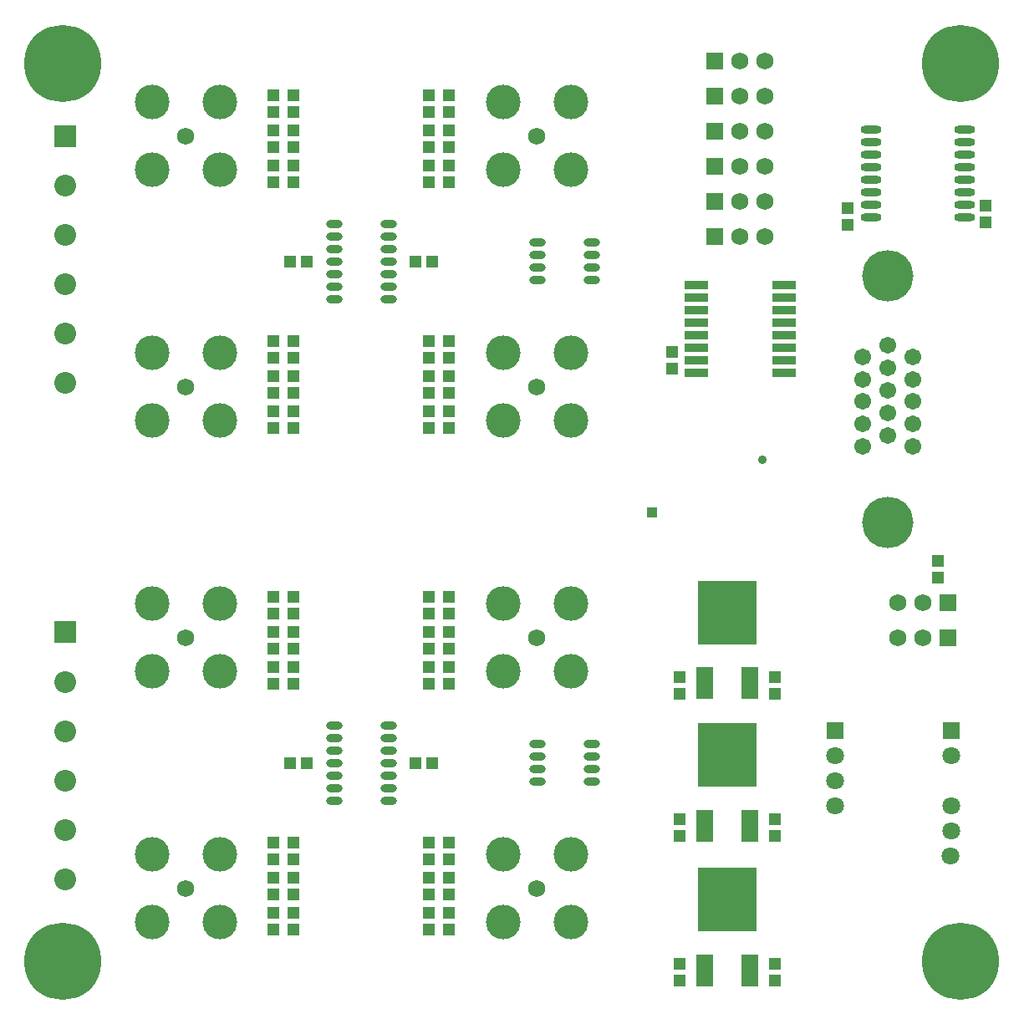
<source format=gbs>
G04*
G04 #@! TF.GenerationSoftware,Altium Limited,Altium Designer,20.1.12 (249)*
G04*
G04 Layer_Color=16711935*
%FSLAX25Y25*%
%MOIN*%
G70*
G04*
G04 #@! TF.SameCoordinates,D57583E0-E3EC-44B9-AAA1-F01574734841*
G04*
G04*
G04 #@! TF.FilePolarity,Negative*
G04*
G01*
G75*
%ADD17R,0.04540X0.04540*%
%ADD20R,0.03950X0.03950*%
%ADD22R,0.04540X0.04540*%
%ADD24C,0.13800*%
%ADD25R,0.08674X0.08674*%
%ADD26C,0.08674*%
%ADD27R,0.07099X0.07099*%
%ADD28C,0.07099*%
%ADD29C,0.03800*%
%ADD30C,0.30800*%
%ADD31C,0.06800*%
%ADD32R,0.06800X0.06800*%
%ADD33C,0.06706*%
%ADD34C,0.20485*%
%ADD35C,0.03600*%
%ADD63O,0.06509X0.03162*%
%ADD64O,0.08280X0.03162*%
%ADD65R,0.09800X0.03800*%
%ADD66R,0.07099X0.12611*%
%ADD67R,0.23635X0.25210*%
D17*
X466000Y244654D02*
D03*
Y251346D02*
D03*
Y237347D02*
D03*
Y230654D02*
D03*
Y265347D02*
D03*
Y258653D02*
D03*
X669000Y273000D02*
D03*
Y279693D02*
D03*
X474000Y258653D02*
D03*
Y265347D02*
D03*
Y244654D02*
D03*
Y251346D02*
D03*
X412000D02*
D03*
Y244654D02*
D03*
Y258653D02*
D03*
Y265347D02*
D03*
Y230654D02*
D03*
Y237347D02*
D03*
X404000Y258653D02*
D03*
Y265347D02*
D03*
Y244654D02*
D03*
Y251346D02*
D03*
X412000Y167347D02*
D03*
Y160653D02*
D03*
Y146653D02*
D03*
Y153347D02*
D03*
Y139347D02*
D03*
Y132653D02*
D03*
X404000Y139347D02*
D03*
Y132653D02*
D03*
Y167347D02*
D03*
Y160653D02*
D03*
Y153347D02*
D03*
Y146653D02*
D03*
X466000D02*
D03*
Y153347D02*
D03*
Y167347D02*
D03*
Y160653D02*
D03*
Y139347D02*
D03*
Y132653D02*
D03*
X474000Y139347D02*
D03*
Y132653D02*
D03*
Y153347D02*
D03*
Y146653D02*
D03*
X404000Y230654D02*
D03*
Y237347D02*
D03*
X474000Y167347D02*
D03*
Y160653D02*
D03*
Y230654D02*
D03*
Y237347D02*
D03*
X412000Y346654D02*
D03*
Y353346D02*
D03*
Y339347D02*
D03*
Y332653D02*
D03*
X404000Y339347D02*
D03*
Y332653D02*
D03*
Y353346D02*
D03*
Y346654D02*
D03*
X412000Y367347D02*
D03*
Y360653D02*
D03*
X404000Y367347D02*
D03*
Y360653D02*
D03*
X466000Y346654D02*
D03*
Y353346D02*
D03*
Y367347D02*
D03*
Y360653D02*
D03*
X474000Y367347D02*
D03*
Y360653D02*
D03*
Y353346D02*
D03*
Y346654D02*
D03*
X466000Y339347D02*
D03*
Y332653D02*
D03*
X474000Y339347D02*
D03*
Y332653D02*
D03*
X466000Y451346D02*
D03*
Y444654D02*
D03*
Y430653D02*
D03*
Y437347D02*
D03*
X474000Y430653D02*
D03*
Y437347D02*
D03*
Y444654D02*
D03*
Y451346D02*
D03*
Y458653D02*
D03*
Y465346D02*
D03*
X466000Y458653D02*
D03*
Y465346D02*
D03*
X412000Y451346D02*
D03*
Y444654D02*
D03*
Y430653D02*
D03*
Y437347D02*
D03*
X404000Y444654D02*
D03*
Y451346D02*
D03*
Y430653D02*
D03*
Y437347D02*
D03*
Y458653D02*
D03*
Y465346D02*
D03*
X412000Y458653D02*
D03*
Y465346D02*
D03*
X563000Y363000D02*
D03*
Y356307D02*
D03*
X688000Y421347D02*
D03*
Y414653D02*
D03*
X633000Y420346D02*
D03*
Y413654D02*
D03*
X566000Y233347D02*
D03*
Y226654D02*
D03*
X565800Y118947D02*
D03*
Y112253D02*
D03*
X565900Y169754D02*
D03*
Y176446D02*
D03*
X604000Y233347D02*
D03*
Y226654D02*
D03*
X603800Y118947D02*
D03*
Y112253D02*
D03*
X603900Y169754D02*
D03*
Y176446D02*
D03*
D20*
X555000Y299000D02*
D03*
D22*
X410653Y199000D02*
D03*
X417346D02*
D03*
X467346D02*
D03*
X460653D02*
D03*
X467346Y399000D02*
D03*
X460653D02*
D03*
X410653D02*
D03*
X417346D02*
D03*
D24*
X382500Y435500D02*
D03*
Y462500D02*
D03*
X355500D02*
D03*
Y435500D02*
D03*
X522500Y462500D02*
D03*
Y435500D02*
D03*
X495500D02*
D03*
Y462500D02*
D03*
X382500Y335500D02*
D03*
Y362500D02*
D03*
X355500D02*
D03*
Y335500D02*
D03*
X522500Y362500D02*
D03*
Y335500D02*
D03*
X495500D02*
D03*
Y362500D02*
D03*
X382500Y235500D02*
D03*
Y262500D02*
D03*
X355500D02*
D03*
Y235500D02*
D03*
X522500Y262500D02*
D03*
Y235500D02*
D03*
X495500D02*
D03*
Y262500D02*
D03*
X382500Y135500D02*
D03*
Y162500D02*
D03*
X355500D02*
D03*
Y135500D02*
D03*
X522500Y162500D02*
D03*
Y135500D02*
D03*
X495500D02*
D03*
Y162500D02*
D03*
D25*
X321000Y251055D02*
D03*
Y449000D02*
D03*
D26*
Y231370D02*
D03*
Y211685D02*
D03*
Y192000D02*
D03*
Y172315D02*
D03*
Y152630D02*
D03*
Y429315D02*
D03*
Y409630D02*
D03*
Y389945D02*
D03*
Y370260D02*
D03*
Y350575D02*
D03*
D27*
X628000Y212000D02*
D03*
X674257Y212018D02*
D03*
D28*
X628000Y182000D02*
D03*
Y192000D02*
D03*
Y202000D02*
D03*
X674000Y162000D02*
D03*
X674257Y202018D02*
D03*
Y172018D02*
D03*
Y182018D02*
D03*
D29*
X331250Y478000D02*
D03*
X325905Y487843D02*
D03*
Y468157D02*
D03*
X314094Y487843D02*
D03*
Y468157D02*
D03*
X308750Y478000D02*
D03*
X329842Y483906D02*
D03*
Y472094D02*
D03*
X320000Y489250D02*
D03*
X310157Y483906D02*
D03*
Y472094D02*
D03*
X320000Y466750D02*
D03*
X689250Y478000D02*
D03*
X683906Y487843D02*
D03*
Y468157D02*
D03*
X672094Y487843D02*
D03*
Y468157D02*
D03*
X666750Y478000D02*
D03*
X687843Y483906D02*
D03*
Y472094D02*
D03*
X678000Y489250D02*
D03*
X668157Y483906D02*
D03*
Y472094D02*
D03*
X678000Y466750D02*
D03*
X331250Y120000D02*
D03*
X325905Y129842D02*
D03*
Y110158D02*
D03*
X314094Y129842D02*
D03*
Y110158D02*
D03*
X308750Y120000D02*
D03*
X329842Y125906D02*
D03*
Y114094D02*
D03*
X320000Y131250D02*
D03*
X310157Y125906D02*
D03*
Y114094D02*
D03*
X320000Y108750D02*
D03*
X689250Y120000D02*
D03*
X683906Y129842D02*
D03*
Y110158D02*
D03*
X672094Y129842D02*
D03*
Y110158D02*
D03*
X666750Y120000D02*
D03*
X687843Y125906D02*
D03*
Y114094D02*
D03*
X678000Y131250D02*
D03*
X668157Y125906D02*
D03*
Y114094D02*
D03*
X678000Y108750D02*
D03*
D30*
X320000Y478000D02*
D03*
X678000D02*
D03*
X320000Y120000D02*
D03*
X678000D02*
D03*
D31*
X369000Y449000D02*
D03*
X509000D02*
D03*
X369000Y349000D02*
D03*
X509000D02*
D03*
X369000Y249000D02*
D03*
X509000D02*
D03*
X369000Y149000D02*
D03*
X509000D02*
D03*
X600000Y437000D02*
D03*
X590000D02*
D03*
X600000Y423000D02*
D03*
X590000D02*
D03*
X600000Y409000D02*
D03*
X590000D02*
D03*
X653000Y263000D02*
D03*
X663000D02*
D03*
X653000Y249000D02*
D03*
X663000D02*
D03*
X600000Y479000D02*
D03*
X590000D02*
D03*
X600000Y465000D02*
D03*
X590000D02*
D03*
X600000Y451000D02*
D03*
X590000D02*
D03*
D32*
X580000Y437000D02*
D03*
Y423000D02*
D03*
Y409000D02*
D03*
X673000Y263000D02*
D03*
Y249000D02*
D03*
X580000Y479000D02*
D03*
Y465000D02*
D03*
Y451000D02*
D03*
D33*
X659000Y361000D02*
D03*
Y352024D02*
D03*
Y343047D02*
D03*
Y334071D02*
D03*
Y325095D02*
D03*
X639000D02*
D03*
X649000Y338559D02*
D03*
X639000Y334071D02*
D03*
X649000Y347535D02*
D03*
X639000Y343047D02*
D03*
X649000Y356512D02*
D03*
X639000Y352024D02*
D03*
X649000Y329583D02*
D03*
Y365488D02*
D03*
X639000Y361000D02*
D03*
D34*
X649000Y393244D02*
D03*
Y294858D02*
D03*
D35*
X599000Y320000D02*
D03*
D63*
X530728Y406500D02*
D03*
Y401500D02*
D03*
Y396500D02*
D03*
Y391500D02*
D03*
X509272Y406500D02*
D03*
Y401500D02*
D03*
Y396500D02*
D03*
Y391500D02*
D03*
X530728Y206500D02*
D03*
Y201500D02*
D03*
Y196500D02*
D03*
Y191500D02*
D03*
X509272Y206500D02*
D03*
Y201500D02*
D03*
Y196500D02*
D03*
Y191500D02*
D03*
X428272Y184000D02*
D03*
Y189000D02*
D03*
Y194000D02*
D03*
Y199000D02*
D03*
Y204000D02*
D03*
Y209000D02*
D03*
Y214000D02*
D03*
X449728Y184000D02*
D03*
Y189000D02*
D03*
Y194000D02*
D03*
Y199000D02*
D03*
Y204000D02*
D03*
Y209000D02*
D03*
Y214000D02*
D03*
Y414000D02*
D03*
Y409000D02*
D03*
Y404000D02*
D03*
Y399000D02*
D03*
Y394000D02*
D03*
Y389000D02*
D03*
Y384000D02*
D03*
X428272Y414000D02*
D03*
Y409000D02*
D03*
Y404000D02*
D03*
Y399000D02*
D03*
Y394000D02*
D03*
Y389000D02*
D03*
Y384000D02*
D03*
D64*
X642299Y416500D02*
D03*
Y421500D02*
D03*
Y426500D02*
D03*
Y431500D02*
D03*
Y436500D02*
D03*
Y441500D02*
D03*
Y446500D02*
D03*
Y451500D02*
D03*
X679701Y416500D02*
D03*
Y421500D02*
D03*
Y426500D02*
D03*
Y431500D02*
D03*
Y436500D02*
D03*
Y441500D02*
D03*
Y446500D02*
D03*
Y451500D02*
D03*
D65*
X607500Y369500D02*
D03*
Y374500D02*
D03*
Y379500D02*
D03*
Y364500D02*
D03*
Y359500D02*
D03*
Y354500D02*
D03*
Y389500D02*
D03*
Y384500D02*
D03*
X572500Y354500D02*
D03*
Y389500D02*
D03*
Y384500D02*
D03*
Y379500D02*
D03*
Y374500D02*
D03*
Y359500D02*
D03*
Y364500D02*
D03*
Y369500D02*
D03*
D66*
X594016Y230732D02*
D03*
X575984D02*
D03*
X593816Y116332D02*
D03*
X575784D02*
D03*
X593916Y173832D02*
D03*
X575884D02*
D03*
D67*
X585000Y259000D02*
D03*
X584800Y144600D02*
D03*
X584900Y202100D02*
D03*
M02*

</source>
